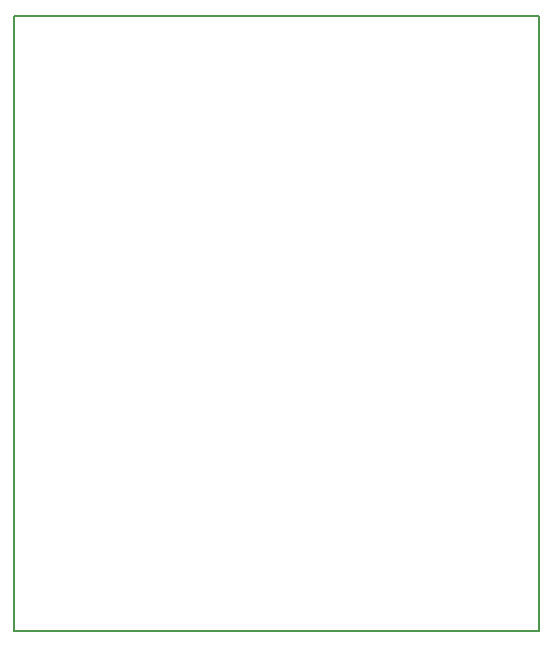
<source format=gbr>
G04 #@! TF.GenerationSoftware,KiCad,Pcbnew,(5.0.0)*
G04 #@! TF.CreationDate,2020-10-19T16:45:58-06:00*
G04 #@! TF.ProjectId,BlueMacro_LED_Tester,426C75654D6163726F5F4C45445F5465,rev?*
G04 #@! TF.SameCoordinates,Original*
G04 #@! TF.FileFunction,Profile,NP*
%FSLAX46Y46*%
G04 Gerber Fmt 4.6, Leading zero omitted, Abs format (unit mm)*
G04 Created by KiCad (PCBNEW (5.0.0)) date 10/19/20 16:45:58*
%MOMM*%
%LPD*%
G01*
G04 APERTURE LIST*
%ADD10C,0.150000*%
G04 APERTURE END LIST*
D10*
X118110000Y-114300000D02*
X118110000Y-62230000D01*
X162560000Y-114300000D02*
X118110000Y-114300000D01*
X162560000Y-62230000D02*
X162560000Y-114300000D01*
X118110000Y-62230000D02*
X162560000Y-62230000D01*
M02*

</source>
